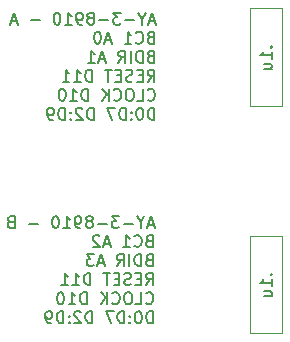
<source format=gbr>
%TF.GenerationSoftware,KiCad,Pcbnew,8.0.7*%
%TF.CreationDate,2025-09-11T19:41:31+01:00*%
%TF.ProjectId,ArduinoAY38910,41726475-696e-46f4-9159-33383931302e,rev?*%
%TF.SameCoordinates,Original*%
%TF.FileFunction,Legend,Bot*%
%TF.FilePolarity,Positive*%
%FSLAX46Y46*%
G04 Gerber Fmt 4.6, Leading zero omitted, Abs format (unit mm)*
G04 Created by KiCad (PCBNEW 8.0.7) date 2025-09-11 19:41:31*
%MOMM*%
%LPD*%
G01*
G04 APERTURE LIST*
%ADD10C,0.150000*%
%ADD11C,0.120000*%
G04 APERTURE END LIST*
D10*
X152760839Y-76934384D02*
X152284649Y-76934384D01*
X152856077Y-77220099D02*
X152522744Y-76220099D01*
X152522744Y-76220099D02*
X152189411Y-77220099D01*
X151665601Y-76743908D02*
X151665601Y-77220099D01*
X151998934Y-76220099D02*
X151665601Y-76743908D01*
X151665601Y-76743908D02*
X151332268Y-76220099D01*
X150998934Y-76839146D02*
X150237030Y-76839146D01*
X149856077Y-76220099D02*
X149237030Y-76220099D01*
X149237030Y-76220099D02*
X149570363Y-76601051D01*
X149570363Y-76601051D02*
X149427506Y-76601051D01*
X149427506Y-76601051D02*
X149332268Y-76648670D01*
X149332268Y-76648670D02*
X149284649Y-76696289D01*
X149284649Y-76696289D02*
X149237030Y-76791527D01*
X149237030Y-76791527D02*
X149237030Y-77029622D01*
X149237030Y-77029622D02*
X149284649Y-77124860D01*
X149284649Y-77124860D02*
X149332268Y-77172480D01*
X149332268Y-77172480D02*
X149427506Y-77220099D01*
X149427506Y-77220099D02*
X149713220Y-77220099D01*
X149713220Y-77220099D02*
X149808458Y-77172480D01*
X149808458Y-77172480D02*
X149856077Y-77124860D01*
X148808458Y-76839146D02*
X148046554Y-76839146D01*
X147427506Y-76648670D02*
X147522744Y-76601051D01*
X147522744Y-76601051D02*
X147570363Y-76553432D01*
X147570363Y-76553432D02*
X147617982Y-76458194D01*
X147617982Y-76458194D02*
X147617982Y-76410575D01*
X147617982Y-76410575D02*
X147570363Y-76315337D01*
X147570363Y-76315337D02*
X147522744Y-76267718D01*
X147522744Y-76267718D02*
X147427506Y-76220099D01*
X147427506Y-76220099D02*
X147237030Y-76220099D01*
X147237030Y-76220099D02*
X147141792Y-76267718D01*
X147141792Y-76267718D02*
X147094173Y-76315337D01*
X147094173Y-76315337D02*
X147046554Y-76410575D01*
X147046554Y-76410575D02*
X147046554Y-76458194D01*
X147046554Y-76458194D02*
X147094173Y-76553432D01*
X147094173Y-76553432D02*
X147141792Y-76601051D01*
X147141792Y-76601051D02*
X147237030Y-76648670D01*
X147237030Y-76648670D02*
X147427506Y-76648670D01*
X147427506Y-76648670D02*
X147522744Y-76696289D01*
X147522744Y-76696289D02*
X147570363Y-76743908D01*
X147570363Y-76743908D02*
X147617982Y-76839146D01*
X147617982Y-76839146D02*
X147617982Y-77029622D01*
X147617982Y-77029622D02*
X147570363Y-77124860D01*
X147570363Y-77124860D02*
X147522744Y-77172480D01*
X147522744Y-77172480D02*
X147427506Y-77220099D01*
X147427506Y-77220099D02*
X147237030Y-77220099D01*
X147237030Y-77220099D02*
X147141792Y-77172480D01*
X147141792Y-77172480D02*
X147094173Y-77124860D01*
X147094173Y-77124860D02*
X147046554Y-77029622D01*
X147046554Y-77029622D02*
X147046554Y-76839146D01*
X147046554Y-76839146D02*
X147094173Y-76743908D01*
X147094173Y-76743908D02*
X147141792Y-76696289D01*
X147141792Y-76696289D02*
X147237030Y-76648670D01*
X146570363Y-77220099D02*
X146379887Y-77220099D01*
X146379887Y-77220099D02*
X146284649Y-77172480D01*
X146284649Y-77172480D02*
X146237030Y-77124860D01*
X146237030Y-77124860D02*
X146141792Y-76982003D01*
X146141792Y-76982003D02*
X146094173Y-76791527D01*
X146094173Y-76791527D02*
X146094173Y-76410575D01*
X146094173Y-76410575D02*
X146141792Y-76315337D01*
X146141792Y-76315337D02*
X146189411Y-76267718D01*
X146189411Y-76267718D02*
X146284649Y-76220099D01*
X146284649Y-76220099D02*
X146475125Y-76220099D01*
X146475125Y-76220099D02*
X146570363Y-76267718D01*
X146570363Y-76267718D02*
X146617982Y-76315337D01*
X146617982Y-76315337D02*
X146665601Y-76410575D01*
X146665601Y-76410575D02*
X146665601Y-76648670D01*
X146665601Y-76648670D02*
X146617982Y-76743908D01*
X146617982Y-76743908D02*
X146570363Y-76791527D01*
X146570363Y-76791527D02*
X146475125Y-76839146D01*
X146475125Y-76839146D02*
X146284649Y-76839146D01*
X146284649Y-76839146D02*
X146189411Y-76791527D01*
X146189411Y-76791527D02*
X146141792Y-76743908D01*
X146141792Y-76743908D02*
X146094173Y-76648670D01*
X145141792Y-77220099D02*
X145713220Y-77220099D01*
X145427506Y-77220099D02*
X145427506Y-76220099D01*
X145427506Y-76220099D02*
X145522744Y-76362956D01*
X145522744Y-76362956D02*
X145617982Y-76458194D01*
X145617982Y-76458194D02*
X145713220Y-76505813D01*
X144522744Y-76220099D02*
X144427506Y-76220099D01*
X144427506Y-76220099D02*
X144332268Y-76267718D01*
X144332268Y-76267718D02*
X144284649Y-76315337D01*
X144284649Y-76315337D02*
X144237030Y-76410575D01*
X144237030Y-76410575D02*
X144189411Y-76601051D01*
X144189411Y-76601051D02*
X144189411Y-76839146D01*
X144189411Y-76839146D02*
X144237030Y-77029622D01*
X144237030Y-77029622D02*
X144284649Y-77124860D01*
X144284649Y-77124860D02*
X144332268Y-77172480D01*
X144332268Y-77172480D02*
X144427506Y-77220099D01*
X144427506Y-77220099D02*
X144522744Y-77220099D01*
X144522744Y-77220099D02*
X144617982Y-77172480D01*
X144617982Y-77172480D02*
X144665601Y-77124860D01*
X144665601Y-77124860D02*
X144713220Y-77029622D01*
X144713220Y-77029622D02*
X144760839Y-76839146D01*
X144760839Y-76839146D02*
X144760839Y-76601051D01*
X144760839Y-76601051D02*
X144713220Y-76410575D01*
X144713220Y-76410575D02*
X144665601Y-76315337D01*
X144665601Y-76315337D02*
X144617982Y-76267718D01*
X144617982Y-76267718D02*
X144522744Y-76220099D01*
X142998934Y-76839146D02*
X142237030Y-76839146D01*
X140665601Y-76696289D02*
X140522744Y-76743908D01*
X140522744Y-76743908D02*
X140475125Y-76791527D01*
X140475125Y-76791527D02*
X140427506Y-76886765D01*
X140427506Y-76886765D02*
X140427506Y-77029622D01*
X140427506Y-77029622D02*
X140475125Y-77124860D01*
X140475125Y-77124860D02*
X140522744Y-77172480D01*
X140522744Y-77172480D02*
X140617982Y-77220099D01*
X140617982Y-77220099D02*
X140998934Y-77220099D01*
X140998934Y-77220099D02*
X140998934Y-76220099D01*
X140998934Y-76220099D02*
X140665601Y-76220099D01*
X140665601Y-76220099D02*
X140570363Y-76267718D01*
X140570363Y-76267718D02*
X140522744Y-76315337D01*
X140522744Y-76315337D02*
X140475125Y-76410575D01*
X140475125Y-76410575D02*
X140475125Y-76505813D01*
X140475125Y-76505813D02*
X140522744Y-76601051D01*
X140522744Y-76601051D02*
X140570363Y-76648670D01*
X140570363Y-76648670D02*
X140665601Y-76696289D01*
X140665601Y-76696289D02*
X140998934Y-76696289D01*
X152379887Y-78306233D02*
X152237030Y-78353852D01*
X152237030Y-78353852D02*
X152189411Y-78401471D01*
X152189411Y-78401471D02*
X152141792Y-78496709D01*
X152141792Y-78496709D02*
X152141792Y-78639566D01*
X152141792Y-78639566D02*
X152189411Y-78734804D01*
X152189411Y-78734804D02*
X152237030Y-78782424D01*
X152237030Y-78782424D02*
X152332268Y-78830043D01*
X152332268Y-78830043D02*
X152713220Y-78830043D01*
X152713220Y-78830043D02*
X152713220Y-77830043D01*
X152713220Y-77830043D02*
X152379887Y-77830043D01*
X152379887Y-77830043D02*
X152284649Y-77877662D01*
X152284649Y-77877662D02*
X152237030Y-77925281D01*
X152237030Y-77925281D02*
X152189411Y-78020519D01*
X152189411Y-78020519D02*
X152189411Y-78115757D01*
X152189411Y-78115757D02*
X152237030Y-78210995D01*
X152237030Y-78210995D02*
X152284649Y-78258614D01*
X152284649Y-78258614D02*
X152379887Y-78306233D01*
X152379887Y-78306233D02*
X152713220Y-78306233D01*
X151141792Y-78734804D02*
X151189411Y-78782424D01*
X151189411Y-78782424D02*
X151332268Y-78830043D01*
X151332268Y-78830043D02*
X151427506Y-78830043D01*
X151427506Y-78830043D02*
X151570363Y-78782424D01*
X151570363Y-78782424D02*
X151665601Y-78687185D01*
X151665601Y-78687185D02*
X151713220Y-78591947D01*
X151713220Y-78591947D02*
X151760839Y-78401471D01*
X151760839Y-78401471D02*
X151760839Y-78258614D01*
X151760839Y-78258614D02*
X151713220Y-78068138D01*
X151713220Y-78068138D02*
X151665601Y-77972900D01*
X151665601Y-77972900D02*
X151570363Y-77877662D01*
X151570363Y-77877662D02*
X151427506Y-77830043D01*
X151427506Y-77830043D02*
X151332268Y-77830043D01*
X151332268Y-77830043D02*
X151189411Y-77877662D01*
X151189411Y-77877662D02*
X151141792Y-77925281D01*
X150189411Y-78830043D02*
X150760839Y-78830043D01*
X150475125Y-78830043D02*
X150475125Y-77830043D01*
X150475125Y-77830043D02*
X150570363Y-77972900D01*
X150570363Y-77972900D02*
X150665601Y-78068138D01*
X150665601Y-78068138D02*
X150760839Y-78115757D01*
X149046553Y-78544328D02*
X148570363Y-78544328D01*
X149141791Y-78830043D02*
X148808458Y-77830043D01*
X148808458Y-77830043D02*
X148475125Y-78830043D01*
X148189410Y-77925281D02*
X148141791Y-77877662D01*
X148141791Y-77877662D02*
X148046553Y-77830043D01*
X148046553Y-77830043D02*
X147808458Y-77830043D01*
X147808458Y-77830043D02*
X147713220Y-77877662D01*
X147713220Y-77877662D02*
X147665601Y-77925281D01*
X147665601Y-77925281D02*
X147617982Y-78020519D01*
X147617982Y-78020519D02*
X147617982Y-78115757D01*
X147617982Y-78115757D02*
X147665601Y-78258614D01*
X147665601Y-78258614D02*
X148237029Y-78830043D01*
X148237029Y-78830043D02*
X147617982Y-78830043D01*
X152379887Y-79916177D02*
X152237030Y-79963796D01*
X152237030Y-79963796D02*
X152189411Y-80011415D01*
X152189411Y-80011415D02*
X152141792Y-80106653D01*
X152141792Y-80106653D02*
X152141792Y-80249510D01*
X152141792Y-80249510D02*
X152189411Y-80344748D01*
X152189411Y-80344748D02*
X152237030Y-80392368D01*
X152237030Y-80392368D02*
X152332268Y-80439987D01*
X152332268Y-80439987D02*
X152713220Y-80439987D01*
X152713220Y-80439987D02*
X152713220Y-79439987D01*
X152713220Y-79439987D02*
X152379887Y-79439987D01*
X152379887Y-79439987D02*
X152284649Y-79487606D01*
X152284649Y-79487606D02*
X152237030Y-79535225D01*
X152237030Y-79535225D02*
X152189411Y-79630463D01*
X152189411Y-79630463D02*
X152189411Y-79725701D01*
X152189411Y-79725701D02*
X152237030Y-79820939D01*
X152237030Y-79820939D02*
X152284649Y-79868558D01*
X152284649Y-79868558D02*
X152379887Y-79916177D01*
X152379887Y-79916177D02*
X152713220Y-79916177D01*
X151713220Y-80439987D02*
X151713220Y-79439987D01*
X151713220Y-79439987D02*
X151475125Y-79439987D01*
X151475125Y-79439987D02*
X151332268Y-79487606D01*
X151332268Y-79487606D02*
X151237030Y-79582844D01*
X151237030Y-79582844D02*
X151189411Y-79678082D01*
X151189411Y-79678082D02*
X151141792Y-79868558D01*
X151141792Y-79868558D02*
X151141792Y-80011415D01*
X151141792Y-80011415D02*
X151189411Y-80201891D01*
X151189411Y-80201891D02*
X151237030Y-80297129D01*
X151237030Y-80297129D02*
X151332268Y-80392368D01*
X151332268Y-80392368D02*
X151475125Y-80439987D01*
X151475125Y-80439987D02*
X151713220Y-80439987D01*
X150713220Y-80439987D02*
X150713220Y-79439987D01*
X149665602Y-80439987D02*
X149998935Y-79963796D01*
X150237030Y-80439987D02*
X150237030Y-79439987D01*
X150237030Y-79439987D02*
X149856078Y-79439987D01*
X149856078Y-79439987D02*
X149760840Y-79487606D01*
X149760840Y-79487606D02*
X149713221Y-79535225D01*
X149713221Y-79535225D02*
X149665602Y-79630463D01*
X149665602Y-79630463D02*
X149665602Y-79773320D01*
X149665602Y-79773320D02*
X149713221Y-79868558D01*
X149713221Y-79868558D02*
X149760840Y-79916177D01*
X149760840Y-79916177D02*
X149856078Y-79963796D01*
X149856078Y-79963796D02*
X150237030Y-79963796D01*
X148522744Y-80154272D02*
X148046554Y-80154272D01*
X148617982Y-80439987D02*
X148284649Y-79439987D01*
X148284649Y-79439987D02*
X147951316Y-80439987D01*
X147713220Y-79439987D02*
X147094173Y-79439987D01*
X147094173Y-79439987D02*
X147427506Y-79820939D01*
X147427506Y-79820939D02*
X147284649Y-79820939D01*
X147284649Y-79820939D02*
X147189411Y-79868558D01*
X147189411Y-79868558D02*
X147141792Y-79916177D01*
X147141792Y-79916177D02*
X147094173Y-80011415D01*
X147094173Y-80011415D02*
X147094173Y-80249510D01*
X147094173Y-80249510D02*
X147141792Y-80344748D01*
X147141792Y-80344748D02*
X147189411Y-80392368D01*
X147189411Y-80392368D02*
X147284649Y-80439987D01*
X147284649Y-80439987D02*
X147570363Y-80439987D01*
X147570363Y-80439987D02*
X147665601Y-80392368D01*
X147665601Y-80392368D02*
X147713220Y-80344748D01*
X152141792Y-82049931D02*
X152475125Y-81573740D01*
X152713220Y-82049931D02*
X152713220Y-81049931D01*
X152713220Y-81049931D02*
X152332268Y-81049931D01*
X152332268Y-81049931D02*
X152237030Y-81097550D01*
X152237030Y-81097550D02*
X152189411Y-81145169D01*
X152189411Y-81145169D02*
X152141792Y-81240407D01*
X152141792Y-81240407D02*
X152141792Y-81383264D01*
X152141792Y-81383264D02*
X152189411Y-81478502D01*
X152189411Y-81478502D02*
X152237030Y-81526121D01*
X152237030Y-81526121D02*
X152332268Y-81573740D01*
X152332268Y-81573740D02*
X152713220Y-81573740D01*
X151713220Y-81526121D02*
X151379887Y-81526121D01*
X151237030Y-82049931D02*
X151713220Y-82049931D01*
X151713220Y-82049931D02*
X151713220Y-81049931D01*
X151713220Y-81049931D02*
X151237030Y-81049931D01*
X150856077Y-82002312D02*
X150713220Y-82049931D01*
X150713220Y-82049931D02*
X150475125Y-82049931D01*
X150475125Y-82049931D02*
X150379887Y-82002312D01*
X150379887Y-82002312D02*
X150332268Y-81954692D01*
X150332268Y-81954692D02*
X150284649Y-81859454D01*
X150284649Y-81859454D02*
X150284649Y-81764216D01*
X150284649Y-81764216D02*
X150332268Y-81668978D01*
X150332268Y-81668978D02*
X150379887Y-81621359D01*
X150379887Y-81621359D02*
X150475125Y-81573740D01*
X150475125Y-81573740D02*
X150665601Y-81526121D01*
X150665601Y-81526121D02*
X150760839Y-81478502D01*
X150760839Y-81478502D02*
X150808458Y-81430883D01*
X150808458Y-81430883D02*
X150856077Y-81335645D01*
X150856077Y-81335645D02*
X150856077Y-81240407D01*
X150856077Y-81240407D02*
X150808458Y-81145169D01*
X150808458Y-81145169D02*
X150760839Y-81097550D01*
X150760839Y-81097550D02*
X150665601Y-81049931D01*
X150665601Y-81049931D02*
X150427506Y-81049931D01*
X150427506Y-81049931D02*
X150284649Y-81097550D01*
X149856077Y-81526121D02*
X149522744Y-81526121D01*
X149379887Y-82049931D02*
X149856077Y-82049931D01*
X149856077Y-82049931D02*
X149856077Y-81049931D01*
X149856077Y-81049931D02*
X149379887Y-81049931D01*
X149094172Y-81049931D02*
X148522744Y-81049931D01*
X148808458Y-82049931D02*
X148808458Y-81049931D01*
X147427505Y-82049931D02*
X147427505Y-81049931D01*
X147427505Y-81049931D02*
X147189410Y-81049931D01*
X147189410Y-81049931D02*
X147046553Y-81097550D01*
X147046553Y-81097550D02*
X146951315Y-81192788D01*
X146951315Y-81192788D02*
X146903696Y-81288026D01*
X146903696Y-81288026D02*
X146856077Y-81478502D01*
X146856077Y-81478502D02*
X146856077Y-81621359D01*
X146856077Y-81621359D02*
X146903696Y-81811835D01*
X146903696Y-81811835D02*
X146951315Y-81907073D01*
X146951315Y-81907073D02*
X147046553Y-82002312D01*
X147046553Y-82002312D02*
X147189410Y-82049931D01*
X147189410Y-82049931D02*
X147427505Y-82049931D01*
X145903696Y-82049931D02*
X146475124Y-82049931D01*
X146189410Y-82049931D02*
X146189410Y-81049931D01*
X146189410Y-81049931D02*
X146284648Y-81192788D01*
X146284648Y-81192788D02*
X146379886Y-81288026D01*
X146379886Y-81288026D02*
X146475124Y-81335645D01*
X144951315Y-82049931D02*
X145522743Y-82049931D01*
X145237029Y-82049931D02*
X145237029Y-81049931D01*
X145237029Y-81049931D02*
X145332267Y-81192788D01*
X145332267Y-81192788D02*
X145427505Y-81288026D01*
X145427505Y-81288026D02*
X145522743Y-81335645D01*
X152141792Y-83564636D02*
X152189411Y-83612256D01*
X152189411Y-83612256D02*
X152332268Y-83659875D01*
X152332268Y-83659875D02*
X152427506Y-83659875D01*
X152427506Y-83659875D02*
X152570363Y-83612256D01*
X152570363Y-83612256D02*
X152665601Y-83517017D01*
X152665601Y-83517017D02*
X152713220Y-83421779D01*
X152713220Y-83421779D02*
X152760839Y-83231303D01*
X152760839Y-83231303D02*
X152760839Y-83088446D01*
X152760839Y-83088446D02*
X152713220Y-82897970D01*
X152713220Y-82897970D02*
X152665601Y-82802732D01*
X152665601Y-82802732D02*
X152570363Y-82707494D01*
X152570363Y-82707494D02*
X152427506Y-82659875D01*
X152427506Y-82659875D02*
X152332268Y-82659875D01*
X152332268Y-82659875D02*
X152189411Y-82707494D01*
X152189411Y-82707494D02*
X152141792Y-82755113D01*
X151237030Y-83659875D02*
X151713220Y-83659875D01*
X151713220Y-83659875D02*
X151713220Y-82659875D01*
X150713220Y-82659875D02*
X150522744Y-82659875D01*
X150522744Y-82659875D02*
X150427506Y-82707494D01*
X150427506Y-82707494D02*
X150332268Y-82802732D01*
X150332268Y-82802732D02*
X150284649Y-82993208D01*
X150284649Y-82993208D02*
X150284649Y-83326541D01*
X150284649Y-83326541D02*
X150332268Y-83517017D01*
X150332268Y-83517017D02*
X150427506Y-83612256D01*
X150427506Y-83612256D02*
X150522744Y-83659875D01*
X150522744Y-83659875D02*
X150713220Y-83659875D01*
X150713220Y-83659875D02*
X150808458Y-83612256D01*
X150808458Y-83612256D02*
X150903696Y-83517017D01*
X150903696Y-83517017D02*
X150951315Y-83326541D01*
X150951315Y-83326541D02*
X150951315Y-82993208D01*
X150951315Y-82993208D02*
X150903696Y-82802732D01*
X150903696Y-82802732D02*
X150808458Y-82707494D01*
X150808458Y-82707494D02*
X150713220Y-82659875D01*
X149284649Y-83564636D02*
X149332268Y-83612256D01*
X149332268Y-83612256D02*
X149475125Y-83659875D01*
X149475125Y-83659875D02*
X149570363Y-83659875D01*
X149570363Y-83659875D02*
X149713220Y-83612256D01*
X149713220Y-83612256D02*
X149808458Y-83517017D01*
X149808458Y-83517017D02*
X149856077Y-83421779D01*
X149856077Y-83421779D02*
X149903696Y-83231303D01*
X149903696Y-83231303D02*
X149903696Y-83088446D01*
X149903696Y-83088446D02*
X149856077Y-82897970D01*
X149856077Y-82897970D02*
X149808458Y-82802732D01*
X149808458Y-82802732D02*
X149713220Y-82707494D01*
X149713220Y-82707494D02*
X149570363Y-82659875D01*
X149570363Y-82659875D02*
X149475125Y-82659875D01*
X149475125Y-82659875D02*
X149332268Y-82707494D01*
X149332268Y-82707494D02*
X149284649Y-82755113D01*
X148856077Y-83659875D02*
X148856077Y-82659875D01*
X148284649Y-83659875D02*
X148713220Y-83088446D01*
X148284649Y-82659875D02*
X148856077Y-83231303D01*
X147094172Y-83659875D02*
X147094172Y-82659875D01*
X147094172Y-82659875D02*
X146856077Y-82659875D01*
X146856077Y-82659875D02*
X146713220Y-82707494D01*
X146713220Y-82707494D02*
X146617982Y-82802732D01*
X146617982Y-82802732D02*
X146570363Y-82897970D01*
X146570363Y-82897970D02*
X146522744Y-83088446D01*
X146522744Y-83088446D02*
X146522744Y-83231303D01*
X146522744Y-83231303D02*
X146570363Y-83421779D01*
X146570363Y-83421779D02*
X146617982Y-83517017D01*
X146617982Y-83517017D02*
X146713220Y-83612256D01*
X146713220Y-83612256D02*
X146856077Y-83659875D01*
X146856077Y-83659875D02*
X147094172Y-83659875D01*
X145570363Y-83659875D02*
X146141791Y-83659875D01*
X145856077Y-83659875D02*
X145856077Y-82659875D01*
X145856077Y-82659875D02*
X145951315Y-82802732D01*
X145951315Y-82802732D02*
X146046553Y-82897970D01*
X146046553Y-82897970D02*
X146141791Y-82945589D01*
X144951315Y-82659875D02*
X144856077Y-82659875D01*
X144856077Y-82659875D02*
X144760839Y-82707494D01*
X144760839Y-82707494D02*
X144713220Y-82755113D01*
X144713220Y-82755113D02*
X144665601Y-82850351D01*
X144665601Y-82850351D02*
X144617982Y-83040827D01*
X144617982Y-83040827D02*
X144617982Y-83278922D01*
X144617982Y-83278922D02*
X144665601Y-83469398D01*
X144665601Y-83469398D02*
X144713220Y-83564636D01*
X144713220Y-83564636D02*
X144760839Y-83612256D01*
X144760839Y-83612256D02*
X144856077Y-83659875D01*
X144856077Y-83659875D02*
X144951315Y-83659875D01*
X144951315Y-83659875D02*
X145046553Y-83612256D01*
X145046553Y-83612256D02*
X145094172Y-83564636D01*
X145094172Y-83564636D02*
X145141791Y-83469398D01*
X145141791Y-83469398D02*
X145189410Y-83278922D01*
X145189410Y-83278922D02*
X145189410Y-83040827D01*
X145189410Y-83040827D02*
X145141791Y-82850351D01*
X145141791Y-82850351D02*
X145094172Y-82755113D01*
X145094172Y-82755113D02*
X145046553Y-82707494D01*
X145046553Y-82707494D02*
X144951315Y-82659875D01*
X152713220Y-85269819D02*
X152713220Y-84269819D01*
X152713220Y-84269819D02*
X152475125Y-84269819D01*
X152475125Y-84269819D02*
X152332268Y-84317438D01*
X152332268Y-84317438D02*
X152237030Y-84412676D01*
X152237030Y-84412676D02*
X152189411Y-84507914D01*
X152189411Y-84507914D02*
X152141792Y-84698390D01*
X152141792Y-84698390D02*
X152141792Y-84841247D01*
X152141792Y-84841247D02*
X152189411Y-85031723D01*
X152189411Y-85031723D02*
X152237030Y-85126961D01*
X152237030Y-85126961D02*
X152332268Y-85222200D01*
X152332268Y-85222200D02*
X152475125Y-85269819D01*
X152475125Y-85269819D02*
X152713220Y-85269819D01*
X151522744Y-84269819D02*
X151427506Y-84269819D01*
X151427506Y-84269819D02*
X151332268Y-84317438D01*
X151332268Y-84317438D02*
X151284649Y-84365057D01*
X151284649Y-84365057D02*
X151237030Y-84460295D01*
X151237030Y-84460295D02*
X151189411Y-84650771D01*
X151189411Y-84650771D02*
X151189411Y-84888866D01*
X151189411Y-84888866D02*
X151237030Y-85079342D01*
X151237030Y-85079342D02*
X151284649Y-85174580D01*
X151284649Y-85174580D02*
X151332268Y-85222200D01*
X151332268Y-85222200D02*
X151427506Y-85269819D01*
X151427506Y-85269819D02*
X151522744Y-85269819D01*
X151522744Y-85269819D02*
X151617982Y-85222200D01*
X151617982Y-85222200D02*
X151665601Y-85174580D01*
X151665601Y-85174580D02*
X151713220Y-85079342D01*
X151713220Y-85079342D02*
X151760839Y-84888866D01*
X151760839Y-84888866D02*
X151760839Y-84650771D01*
X151760839Y-84650771D02*
X151713220Y-84460295D01*
X151713220Y-84460295D02*
X151665601Y-84365057D01*
X151665601Y-84365057D02*
X151617982Y-84317438D01*
X151617982Y-84317438D02*
X151522744Y-84269819D01*
X150760839Y-85174580D02*
X150713220Y-85222200D01*
X150713220Y-85222200D02*
X150760839Y-85269819D01*
X150760839Y-85269819D02*
X150808458Y-85222200D01*
X150808458Y-85222200D02*
X150760839Y-85174580D01*
X150760839Y-85174580D02*
X150760839Y-85269819D01*
X150760839Y-84650771D02*
X150713220Y-84698390D01*
X150713220Y-84698390D02*
X150760839Y-84746009D01*
X150760839Y-84746009D02*
X150808458Y-84698390D01*
X150808458Y-84698390D02*
X150760839Y-84650771D01*
X150760839Y-84650771D02*
X150760839Y-84746009D01*
X150284649Y-85269819D02*
X150284649Y-84269819D01*
X150284649Y-84269819D02*
X150046554Y-84269819D01*
X150046554Y-84269819D02*
X149903697Y-84317438D01*
X149903697Y-84317438D02*
X149808459Y-84412676D01*
X149808459Y-84412676D02*
X149760840Y-84507914D01*
X149760840Y-84507914D02*
X149713221Y-84698390D01*
X149713221Y-84698390D02*
X149713221Y-84841247D01*
X149713221Y-84841247D02*
X149760840Y-85031723D01*
X149760840Y-85031723D02*
X149808459Y-85126961D01*
X149808459Y-85126961D02*
X149903697Y-85222200D01*
X149903697Y-85222200D02*
X150046554Y-85269819D01*
X150046554Y-85269819D02*
X150284649Y-85269819D01*
X149379887Y-84269819D02*
X148713221Y-84269819D01*
X148713221Y-84269819D02*
X149141792Y-85269819D01*
X147570363Y-85269819D02*
X147570363Y-84269819D01*
X147570363Y-84269819D02*
X147332268Y-84269819D01*
X147332268Y-84269819D02*
X147189411Y-84317438D01*
X147189411Y-84317438D02*
X147094173Y-84412676D01*
X147094173Y-84412676D02*
X147046554Y-84507914D01*
X147046554Y-84507914D02*
X146998935Y-84698390D01*
X146998935Y-84698390D02*
X146998935Y-84841247D01*
X146998935Y-84841247D02*
X147046554Y-85031723D01*
X147046554Y-85031723D02*
X147094173Y-85126961D01*
X147094173Y-85126961D02*
X147189411Y-85222200D01*
X147189411Y-85222200D02*
X147332268Y-85269819D01*
X147332268Y-85269819D02*
X147570363Y-85269819D01*
X146617982Y-84365057D02*
X146570363Y-84317438D01*
X146570363Y-84317438D02*
X146475125Y-84269819D01*
X146475125Y-84269819D02*
X146237030Y-84269819D01*
X146237030Y-84269819D02*
X146141792Y-84317438D01*
X146141792Y-84317438D02*
X146094173Y-84365057D01*
X146094173Y-84365057D02*
X146046554Y-84460295D01*
X146046554Y-84460295D02*
X146046554Y-84555533D01*
X146046554Y-84555533D02*
X146094173Y-84698390D01*
X146094173Y-84698390D02*
X146665601Y-85269819D01*
X146665601Y-85269819D02*
X146046554Y-85269819D01*
X145617982Y-85174580D02*
X145570363Y-85222200D01*
X145570363Y-85222200D02*
X145617982Y-85269819D01*
X145617982Y-85269819D02*
X145665601Y-85222200D01*
X145665601Y-85222200D02*
X145617982Y-85174580D01*
X145617982Y-85174580D02*
X145617982Y-85269819D01*
X145617982Y-84650771D02*
X145570363Y-84698390D01*
X145570363Y-84698390D02*
X145617982Y-84746009D01*
X145617982Y-84746009D02*
X145665601Y-84698390D01*
X145665601Y-84698390D02*
X145617982Y-84650771D01*
X145617982Y-84650771D02*
X145617982Y-84746009D01*
X145141792Y-85269819D02*
X145141792Y-84269819D01*
X145141792Y-84269819D02*
X144903697Y-84269819D01*
X144903697Y-84269819D02*
X144760840Y-84317438D01*
X144760840Y-84317438D02*
X144665602Y-84412676D01*
X144665602Y-84412676D02*
X144617983Y-84507914D01*
X144617983Y-84507914D02*
X144570364Y-84698390D01*
X144570364Y-84698390D02*
X144570364Y-84841247D01*
X144570364Y-84841247D02*
X144617983Y-85031723D01*
X144617983Y-85031723D02*
X144665602Y-85126961D01*
X144665602Y-85126961D02*
X144760840Y-85222200D01*
X144760840Y-85222200D02*
X144903697Y-85269819D01*
X144903697Y-85269819D02*
X145141792Y-85269819D01*
X144094173Y-85269819D02*
X143903697Y-85269819D01*
X143903697Y-85269819D02*
X143808459Y-85222200D01*
X143808459Y-85222200D02*
X143760840Y-85174580D01*
X143760840Y-85174580D02*
X143665602Y-85031723D01*
X143665602Y-85031723D02*
X143617983Y-84841247D01*
X143617983Y-84841247D02*
X143617983Y-84460295D01*
X143617983Y-84460295D02*
X143665602Y-84365057D01*
X143665602Y-84365057D02*
X143713221Y-84317438D01*
X143713221Y-84317438D02*
X143808459Y-84269819D01*
X143808459Y-84269819D02*
X143998935Y-84269819D01*
X143998935Y-84269819D02*
X144094173Y-84317438D01*
X144094173Y-84317438D02*
X144141792Y-84365057D01*
X144141792Y-84365057D02*
X144189411Y-84460295D01*
X144189411Y-84460295D02*
X144189411Y-84698390D01*
X144189411Y-84698390D02*
X144141792Y-84793628D01*
X144141792Y-84793628D02*
X144094173Y-84841247D01*
X144094173Y-84841247D02*
X143998935Y-84888866D01*
X143998935Y-84888866D02*
X143808459Y-84888866D01*
X143808459Y-84888866D02*
X143713221Y-84841247D01*
X143713221Y-84841247D02*
X143665602Y-84793628D01*
X143665602Y-84793628D02*
X143617983Y-84698390D01*
X152885839Y-59709384D02*
X152409649Y-59709384D01*
X152981077Y-59995099D02*
X152647744Y-58995099D01*
X152647744Y-58995099D02*
X152314411Y-59995099D01*
X151790601Y-59518908D02*
X151790601Y-59995099D01*
X152123934Y-58995099D02*
X151790601Y-59518908D01*
X151790601Y-59518908D02*
X151457268Y-58995099D01*
X151123934Y-59614146D02*
X150362030Y-59614146D01*
X149981077Y-58995099D02*
X149362030Y-58995099D01*
X149362030Y-58995099D02*
X149695363Y-59376051D01*
X149695363Y-59376051D02*
X149552506Y-59376051D01*
X149552506Y-59376051D02*
X149457268Y-59423670D01*
X149457268Y-59423670D02*
X149409649Y-59471289D01*
X149409649Y-59471289D02*
X149362030Y-59566527D01*
X149362030Y-59566527D02*
X149362030Y-59804622D01*
X149362030Y-59804622D02*
X149409649Y-59899860D01*
X149409649Y-59899860D02*
X149457268Y-59947480D01*
X149457268Y-59947480D02*
X149552506Y-59995099D01*
X149552506Y-59995099D02*
X149838220Y-59995099D01*
X149838220Y-59995099D02*
X149933458Y-59947480D01*
X149933458Y-59947480D02*
X149981077Y-59899860D01*
X148933458Y-59614146D02*
X148171554Y-59614146D01*
X147552506Y-59423670D02*
X147647744Y-59376051D01*
X147647744Y-59376051D02*
X147695363Y-59328432D01*
X147695363Y-59328432D02*
X147742982Y-59233194D01*
X147742982Y-59233194D02*
X147742982Y-59185575D01*
X147742982Y-59185575D02*
X147695363Y-59090337D01*
X147695363Y-59090337D02*
X147647744Y-59042718D01*
X147647744Y-59042718D02*
X147552506Y-58995099D01*
X147552506Y-58995099D02*
X147362030Y-58995099D01*
X147362030Y-58995099D02*
X147266792Y-59042718D01*
X147266792Y-59042718D02*
X147219173Y-59090337D01*
X147219173Y-59090337D02*
X147171554Y-59185575D01*
X147171554Y-59185575D02*
X147171554Y-59233194D01*
X147171554Y-59233194D02*
X147219173Y-59328432D01*
X147219173Y-59328432D02*
X147266792Y-59376051D01*
X147266792Y-59376051D02*
X147362030Y-59423670D01*
X147362030Y-59423670D02*
X147552506Y-59423670D01*
X147552506Y-59423670D02*
X147647744Y-59471289D01*
X147647744Y-59471289D02*
X147695363Y-59518908D01*
X147695363Y-59518908D02*
X147742982Y-59614146D01*
X147742982Y-59614146D02*
X147742982Y-59804622D01*
X147742982Y-59804622D02*
X147695363Y-59899860D01*
X147695363Y-59899860D02*
X147647744Y-59947480D01*
X147647744Y-59947480D02*
X147552506Y-59995099D01*
X147552506Y-59995099D02*
X147362030Y-59995099D01*
X147362030Y-59995099D02*
X147266792Y-59947480D01*
X147266792Y-59947480D02*
X147219173Y-59899860D01*
X147219173Y-59899860D02*
X147171554Y-59804622D01*
X147171554Y-59804622D02*
X147171554Y-59614146D01*
X147171554Y-59614146D02*
X147219173Y-59518908D01*
X147219173Y-59518908D02*
X147266792Y-59471289D01*
X147266792Y-59471289D02*
X147362030Y-59423670D01*
X146695363Y-59995099D02*
X146504887Y-59995099D01*
X146504887Y-59995099D02*
X146409649Y-59947480D01*
X146409649Y-59947480D02*
X146362030Y-59899860D01*
X146362030Y-59899860D02*
X146266792Y-59757003D01*
X146266792Y-59757003D02*
X146219173Y-59566527D01*
X146219173Y-59566527D02*
X146219173Y-59185575D01*
X146219173Y-59185575D02*
X146266792Y-59090337D01*
X146266792Y-59090337D02*
X146314411Y-59042718D01*
X146314411Y-59042718D02*
X146409649Y-58995099D01*
X146409649Y-58995099D02*
X146600125Y-58995099D01*
X146600125Y-58995099D02*
X146695363Y-59042718D01*
X146695363Y-59042718D02*
X146742982Y-59090337D01*
X146742982Y-59090337D02*
X146790601Y-59185575D01*
X146790601Y-59185575D02*
X146790601Y-59423670D01*
X146790601Y-59423670D02*
X146742982Y-59518908D01*
X146742982Y-59518908D02*
X146695363Y-59566527D01*
X146695363Y-59566527D02*
X146600125Y-59614146D01*
X146600125Y-59614146D02*
X146409649Y-59614146D01*
X146409649Y-59614146D02*
X146314411Y-59566527D01*
X146314411Y-59566527D02*
X146266792Y-59518908D01*
X146266792Y-59518908D02*
X146219173Y-59423670D01*
X145266792Y-59995099D02*
X145838220Y-59995099D01*
X145552506Y-59995099D02*
X145552506Y-58995099D01*
X145552506Y-58995099D02*
X145647744Y-59137956D01*
X145647744Y-59137956D02*
X145742982Y-59233194D01*
X145742982Y-59233194D02*
X145838220Y-59280813D01*
X144647744Y-58995099D02*
X144552506Y-58995099D01*
X144552506Y-58995099D02*
X144457268Y-59042718D01*
X144457268Y-59042718D02*
X144409649Y-59090337D01*
X144409649Y-59090337D02*
X144362030Y-59185575D01*
X144362030Y-59185575D02*
X144314411Y-59376051D01*
X144314411Y-59376051D02*
X144314411Y-59614146D01*
X144314411Y-59614146D02*
X144362030Y-59804622D01*
X144362030Y-59804622D02*
X144409649Y-59899860D01*
X144409649Y-59899860D02*
X144457268Y-59947480D01*
X144457268Y-59947480D02*
X144552506Y-59995099D01*
X144552506Y-59995099D02*
X144647744Y-59995099D01*
X144647744Y-59995099D02*
X144742982Y-59947480D01*
X144742982Y-59947480D02*
X144790601Y-59899860D01*
X144790601Y-59899860D02*
X144838220Y-59804622D01*
X144838220Y-59804622D02*
X144885839Y-59614146D01*
X144885839Y-59614146D02*
X144885839Y-59376051D01*
X144885839Y-59376051D02*
X144838220Y-59185575D01*
X144838220Y-59185575D02*
X144790601Y-59090337D01*
X144790601Y-59090337D02*
X144742982Y-59042718D01*
X144742982Y-59042718D02*
X144647744Y-58995099D01*
X143123934Y-59614146D02*
X142362030Y-59614146D01*
X141171553Y-59709384D02*
X140695363Y-59709384D01*
X141266791Y-59995099D02*
X140933458Y-58995099D01*
X140933458Y-58995099D02*
X140600125Y-59995099D01*
X152504887Y-61081233D02*
X152362030Y-61128852D01*
X152362030Y-61128852D02*
X152314411Y-61176471D01*
X152314411Y-61176471D02*
X152266792Y-61271709D01*
X152266792Y-61271709D02*
X152266792Y-61414566D01*
X152266792Y-61414566D02*
X152314411Y-61509804D01*
X152314411Y-61509804D02*
X152362030Y-61557424D01*
X152362030Y-61557424D02*
X152457268Y-61605043D01*
X152457268Y-61605043D02*
X152838220Y-61605043D01*
X152838220Y-61605043D02*
X152838220Y-60605043D01*
X152838220Y-60605043D02*
X152504887Y-60605043D01*
X152504887Y-60605043D02*
X152409649Y-60652662D01*
X152409649Y-60652662D02*
X152362030Y-60700281D01*
X152362030Y-60700281D02*
X152314411Y-60795519D01*
X152314411Y-60795519D02*
X152314411Y-60890757D01*
X152314411Y-60890757D02*
X152362030Y-60985995D01*
X152362030Y-60985995D02*
X152409649Y-61033614D01*
X152409649Y-61033614D02*
X152504887Y-61081233D01*
X152504887Y-61081233D02*
X152838220Y-61081233D01*
X151266792Y-61509804D02*
X151314411Y-61557424D01*
X151314411Y-61557424D02*
X151457268Y-61605043D01*
X151457268Y-61605043D02*
X151552506Y-61605043D01*
X151552506Y-61605043D02*
X151695363Y-61557424D01*
X151695363Y-61557424D02*
X151790601Y-61462185D01*
X151790601Y-61462185D02*
X151838220Y-61366947D01*
X151838220Y-61366947D02*
X151885839Y-61176471D01*
X151885839Y-61176471D02*
X151885839Y-61033614D01*
X151885839Y-61033614D02*
X151838220Y-60843138D01*
X151838220Y-60843138D02*
X151790601Y-60747900D01*
X151790601Y-60747900D02*
X151695363Y-60652662D01*
X151695363Y-60652662D02*
X151552506Y-60605043D01*
X151552506Y-60605043D02*
X151457268Y-60605043D01*
X151457268Y-60605043D02*
X151314411Y-60652662D01*
X151314411Y-60652662D02*
X151266792Y-60700281D01*
X150314411Y-61605043D02*
X150885839Y-61605043D01*
X150600125Y-61605043D02*
X150600125Y-60605043D01*
X150600125Y-60605043D02*
X150695363Y-60747900D01*
X150695363Y-60747900D02*
X150790601Y-60843138D01*
X150790601Y-60843138D02*
X150885839Y-60890757D01*
X149171553Y-61319328D02*
X148695363Y-61319328D01*
X149266791Y-61605043D02*
X148933458Y-60605043D01*
X148933458Y-60605043D02*
X148600125Y-61605043D01*
X148076315Y-60605043D02*
X147981077Y-60605043D01*
X147981077Y-60605043D02*
X147885839Y-60652662D01*
X147885839Y-60652662D02*
X147838220Y-60700281D01*
X147838220Y-60700281D02*
X147790601Y-60795519D01*
X147790601Y-60795519D02*
X147742982Y-60985995D01*
X147742982Y-60985995D02*
X147742982Y-61224090D01*
X147742982Y-61224090D02*
X147790601Y-61414566D01*
X147790601Y-61414566D02*
X147838220Y-61509804D01*
X147838220Y-61509804D02*
X147885839Y-61557424D01*
X147885839Y-61557424D02*
X147981077Y-61605043D01*
X147981077Y-61605043D02*
X148076315Y-61605043D01*
X148076315Y-61605043D02*
X148171553Y-61557424D01*
X148171553Y-61557424D02*
X148219172Y-61509804D01*
X148219172Y-61509804D02*
X148266791Y-61414566D01*
X148266791Y-61414566D02*
X148314410Y-61224090D01*
X148314410Y-61224090D02*
X148314410Y-60985995D01*
X148314410Y-60985995D02*
X148266791Y-60795519D01*
X148266791Y-60795519D02*
X148219172Y-60700281D01*
X148219172Y-60700281D02*
X148171553Y-60652662D01*
X148171553Y-60652662D02*
X148076315Y-60605043D01*
X152504887Y-62691177D02*
X152362030Y-62738796D01*
X152362030Y-62738796D02*
X152314411Y-62786415D01*
X152314411Y-62786415D02*
X152266792Y-62881653D01*
X152266792Y-62881653D02*
X152266792Y-63024510D01*
X152266792Y-63024510D02*
X152314411Y-63119748D01*
X152314411Y-63119748D02*
X152362030Y-63167368D01*
X152362030Y-63167368D02*
X152457268Y-63214987D01*
X152457268Y-63214987D02*
X152838220Y-63214987D01*
X152838220Y-63214987D02*
X152838220Y-62214987D01*
X152838220Y-62214987D02*
X152504887Y-62214987D01*
X152504887Y-62214987D02*
X152409649Y-62262606D01*
X152409649Y-62262606D02*
X152362030Y-62310225D01*
X152362030Y-62310225D02*
X152314411Y-62405463D01*
X152314411Y-62405463D02*
X152314411Y-62500701D01*
X152314411Y-62500701D02*
X152362030Y-62595939D01*
X152362030Y-62595939D02*
X152409649Y-62643558D01*
X152409649Y-62643558D02*
X152504887Y-62691177D01*
X152504887Y-62691177D02*
X152838220Y-62691177D01*
X151838220Y-63214987D02*
X151838220Y-62214987D01*
X151838220Y-62214987D02*
X151600125Y-62214987D01*
X151600125Y-62214987D02*
X151457268Y-62262606D01*
X151457268Y-62262606D02*
X151362030Y-62357844D01*
X151362030Y-62357844D02*
X151314411Y-62453082D01*
X151314411Y-62453082D02*
X151266792Y-62643558D01*
X151266792Y-62643558D02*
X151266792Y-62786415D01*
X151266792Y-62786415D02*
X151314411Y-62976891D01*
X151314411Y-62976891D02*
X151362030Y-63072129D01*
X151362030Y-63072129D02*
X151457268Y-63167368D01*
X151457268Y-63167368D02*
X151600125Y-63214987D01*
X151600125Y-63214987D02*
X151838220Y-63214987D01*
X150838220Y-63214987D02*
X150838220Y-62214987D01*
X149790602Y-63214987D02*
X150123935Y-62738796D01*
X150362030Y-63214987D02*
X150362030Y-62214987D01*
X150362030Y-62214987D02*
X149981078Y-62214987D01*
X149981078Y-62214987D02*
X149885840Y-62262606D01*
X149885840Y-62262606D02*
X149838221Y-62310225D01*
X149838221Y-62310225D02*
X149790602Y-62405463D01*
X149790602Y-62405463D02*
X149790602Y-62548320D01*
X149790602Y-62548320D02*
X149838221Y-62643558D01*
X149838221Y-62643558D02*
X149885840Y-62691177D01*
X149885840Y-62691177D02*
X149981078Y-62738796D01*
X149981078Y-62738796D02*
X150362030Y-62738796D01*
X148647744Y-62929272D02*
X148171554Y-62929272D01*
X148742982Y-63214987D02*
X148409649Y-62214987D01*
X148409649Y-62214987D02*
X148076316Y-63214987D01*
X147219173Y-63214987D02*
X147790601Y-63214987D01*
X147504887Y-63214987D02*
X147504887Y-62214987D01*
X147504887Y-62214987D02*
X147600125Y-62357844D01*
X147600125Y-62357844D02*
X147695363Y-62453082D01*
X147695363Y-62453082D02*
X147790601Y-62500701D01*
X152266792Y-64824931D02*
X152600125Y-64348740D01*
X152838220Y-64824931D02*
X152838220Y-63824931D01*
X152838220Y-63824931D02*
X152457268Y-63824931D01*
X152457268Y-63824931D02*
X152362030Y-63872550D01*
X152362030Y-63872550D02*
X152314411Y-63920169D01*
X152314411Y-63920169D02*
X152266792Y-64015407D01*
X152266792Y-64015407D02*
X152266792Y-64158264D01*
X152266792Y-64158264D02*
X152314411Y-64253502D01*
X152314411Y-64253502D02*
X152362030Y-64301121D01*
X152362030Y-64301121D02*
X152457268Y-64348740D01*
X152457268Y-64348740D02*
X152838220Y-64348740D01*
X151838220Y-64301121D02*
X151504887Y-64301121D01*
X151362030Y-64824931D02*
X151838220Y-64824931D01*
X151838220Y-64824931D02*
X151838220Y-63824931D01*
X151838220Y-63824931D02*
X151362030Y-63824931D01*
X150981077Y-64777312D02*
X150838220Y-64824931D01*
X150838220Y-64824931D02*
X150600125Y-64824931D01*
X150600125Y-64824931D02*
X150504887Y-64777312D01*
X150504887Y-64777312D02*
X150457268Y-64729692D01*
X150457268Y-64729692D02*
X150409649Y-64634454D01*
X150409649Y-64634454D02*
X150409649Y-64539216D01*
X150409649Y-64539216D02*
X150457268Y-64443978D01*
X150457268Y-64443978D02*
X150504887Y-64396359D01*
X150504887Y-64396359D02*
X150600125Y-64348740D01*
X150600125Y-64348740D02*
X150790601Y-64301121D01*
X150790601Y-64301121D02*
X150885839Y-64253502D01*
X150885839Y-64253502D02*
X150933458Y-64205883D01*
X150933458Y-64205883D02*
X150981077Y-64110645D01*
X150981077Y-64110645D02*
X150981077Y-64015407D01*
X150981077Y-64015407D02*
X150933458Y-63920169D01*
X150933458Y-63920169D02*
X150885839Y-63872550D01*
X150885839Y-63872550D02*
X150790601Y-63824931D01*
X150790601Y-63824931D02*
X150552506Y-63824931D01*
X150552506Y-63824931D02*
X150409649Y-63872550D01*
X149981077Y-64301121D02*
X149647744Y-64301121D01*
X149504887Y-64824931D02*
X149981077Y-64824931D01*
X149981077Y-64824931D02*
X149981077Y-63824931D01*
X149981077Y-63824931D02*
X149504887Y-63824931D01*
X149219172Y-63824931D02*
X148647744Y-63824931D01*
X148933458Y-64824931D02*
X148933458Y-63824931D01*
X147552505Y-64824931D02*
X147552505Y-63824931D01*
X147552505Y-63824931D02*
X147314410Y-63824931D01*
X147314410Y-63824931D02*
X147171553Y-63872550D01*
X147171553Y-63872550D02*
X147076315Y-63967788D01*
X147076315Y-63967788D02*
X147028696Y-64063026D01*
X147028696Y-64063026D02*
X146981077Y-64253502D01*
X146981077Y-64253502D02*
X146981077Y-64396359D01*
X146981077Y-64396359D02*
X147028696Y-64586835D01*
X147028696Y-64586835D02*
X147076315Y-64682073D01*
X147076315Y-64682073D02*
X147171553Y-64777312D01*
X147171553Y-64777312D02*
X147314410Y-64824931D01*
X147314410Y-64824931D02*
X147552505Y-64824931D01*
X146028696Y-64824931D02*
X146600124Y-64824931D01*
X146314410Y-64824931D02*
X146314410Y-63824931D01*
X146314410Y-63824931D02*
X146409648Y-63967788D01*
X146409648Y-63967788D02*
X146504886Y-64063026D01*
X146504886Y-64063026D02*
X146600124Y-64110645D01*
X145076315Y-64824931D02*
X145647743Y-64824931D01*
X145362029Y-64824931D02*
X145362029Y-63824931D01*
X145362029Y-63824931D02*
X145457267Y-63967788D01*
X145457267Y-63967788D02*
X145552505Y-64063026D01*
X145552505Y-64063026D02*
X145647743Y-64110645D01*
X152266792Y-66339636D02*
X152314411Y-66387256D01*
X152314411Y-66387256D02*
X152457268Y-66434875D01*
X152457268Y-66434875D02*
X152552506Y-66434875D01*
X152552506Y-66434875D02*
X152695363Y-66387256D01*
X152695363Y-66387256D02*
X152790601Y-66292017D01*
X152790601Y-66292017D02*
X152838220Y-66196779D01*
X152838220Y-66196779D02*
X152885839Y-66006303D01*
X152885839Y-66006303D02*
X152885839Y-65863446D01*
X152885839Y-65863446D02*
X152838220Y-65672970D01*
X152838220Y-65672970D02*
X152790601Y-65577732D01*
X152790601Y-65577732D02*
X152695363Y-65482494D01*
X152695363Y-65482494D02*
X152552506Y-65434875D01*
X152552506Y-65434875D02*
X152457268Y-65434875D01*
X152457268Y-65434875D02*
X152314411Y-65482494D01*
X152314411Y-65482494D02*
X152266792Y-65530113D01*
X151362030Y-66434875D02*
X151838220Y-66434875D01*
X151838220Y-66434875D02*
X151838220Y-65434875D01*
X150838220Y-65434875D02*
X150647744Y-65434875D01*
X150647744Y-65434875D02*
X150552506Y-65482494D01*
X150552506Y-65482494D02*
X150457268Y-65577732D01*
X150457268Y-65577732D02*
X150409649Y-65768208D01*
X150409649Y-65768208D02*
X150409649Y-66101541D01*
X150409649Y-66101541D02*
X150457268Y-66292017D01*
X150457268Y-66292017D02*
X150552506Y-66387256D01*
X150552506Y-66387256D02*
X150647744Y-66434875D01*
X150647744Y-66434875D02*
X150838220Y-66434875D01*
X150838220Y-66434875D02*
X150933458Y-66387256D01*
X150933458Y-66387256D02*
X151028696Y-66292017D01*
X151028696Y-66292017D02*
X151076315Y-66101541D01*
X151076315Y-66101541D02*
X151076315Y-65768208D01*
X151076315Y-65768208D02*
X151028696Y-65577732D01*
X151028696Y-65577732D02*
X150933458Y-65482494D01*
X150933458Y-65482494D02*
X150838220Y-65434875D01*
X149409649Y-66339636D02*
X149457268Y-66387256D01*
X149457268Y-66387256D02*
X149600125Y-66434875D01*
X149600125Y-66434875D02*
X149695363Y-66434875D01*
X149695363Y-66434875D02*
X149838220Y-66387256D01*
X149838220Y-66387256D02*
X149933458Y-66292017D01*
X149933458Y-66292017D02*
X149981077Y-66196779D01*
X149981077Y-66196779D02*
X150028696Y-66006303D01*
X150028696Y-66006303D02*
X150028696Y-65863446D01*
X150028696Y-65863446D02*
X149981077Y-65672970D01*
X149981077Y-65672970D02*
X149933458Y-65577732D01*
X149933458Y-65577732D02*
X149838220Y-65482494D01*
X149838220Y-65482494D02*
X149695363Y-65434875D01*
X149695363Y-65434875D02*
X149600125Y-65434875D01*
X149600125Y-65434875D02*
X149457268Y-65482494D01*
X149457268Y-65482494D02*
X149409649Y-65530113D01*
X148981077Y-66434875D02*
X148981077Y-65434875D01*
X148409649Y-66434875D02*
X148838220Y-65863446D01*
X148409649Y-65434875D02*
X148981077Y-66006303D01*
X147219172Y-66434875D02*
X147219172Y-65434875D01*
X147219172Y-65434875D02*
X146981077Y-65434875D01*
X146981077Y-65434875D02*
X146838220Y-65482494D01*
X146838220Y-65482494D02*
X146742982Y-65577732D01*
X146742982Y-65577732D02*
X146695363Y-65672970D01*
X146695363Y-65672970D02*
X146647744Y-65863446D01*
X146647744Y-65863446D02*
X146647744Y-66006303D01*
X146647744Y-66006303D02*
X146695363Y-66196779D01*
X146695363Y-66196779D02*
X146742982Y-66292017D01*
X146742982Y-66292017D02*
X146838220Y-66387256D01*
X146838220Y-66387256D02*
X146981077Y-66434875D01*
X146981077Y-66434875D02*
X147219172Y-66434875D01*
X145695363Y-66434875D02*
X146266791Y-66434875D01*
X145981077Y-66434875D02*
X145981077Y-65434875D01*
X145981077Y-65434875D02*
X146076315Y-65577732D01*
X146076315Y-65577732D02*
X146171553Y-65672970D01*
X146171553Y-65672970D02*
X146266791Y-65720589D01*
X145076315Y-65434875D02*
X144981077Y-65434875D01*
X144981077Y-65434875D02*
X144885839Y-65482494D01*
X144885839Y-65482494D02*
X144838220Y-65530113D01*
X144838220Y-65530113D02*
X144790601Y-65625351D01*
X144790601Y-65625351D02*
X144742982Y-65815827D01*
X144742982Y-65815827D02*
X144742982Y-66053922D01*
X144742982Y-66053922D02*
X144790601Y-66244398D01*
X144790601Y-66244398D02*
X144838220Y-66339636D01*
X144838220Y-66339636D02*
X144885839Y-66387256D01*
X144885839Y-66387256D02*
X144981077Y-66434875D01*
X144981077Y-66434875D02*
X145076315Y-66434875D01*
X145076315Y-66434875D02*
X145171553Y-66387256D01*
X145171553Y-66387256D02*
X145219172Y-66339636D01*
X145219172Y-66339636D02*
X145266791Y-66244398D01*
X145266791Y-66244398D02*
X145314410Y-66053922D01*
X145314410Y-66053922D02*
X145314410Y-65815827D01*
X145314410Y-65815827D02*
X145266791Y-65625351D01*
X145266791Y-65625351D02*
X145219172Y-65530113D01*
X145219172Y-65530113D02*
X145171553Y-65482494D01*
X145171553Y-65482494D02*
X145076315Y-65434875D01*
X152838220Y-68044819D02*
X152838220Y-67044819D01*
X152838220Y-67044819D02*
X152600125Y-67044819D01*
X152600125Y-67044819D02*
X152457268Y-67092438D01*
X152457268Y-67092438D02*
X152362030Y-67187676D01*
X152362030Y-67187676D02*
X152314411Y-67282914D01*
X152314411Y-67282914D02*
X152266792Y-67473390D01*
X152266792Y-67473390D02*
X152266792Y-67616247D01*
X152266792Y-67616247D02*
X152314411Y-67806723D01*
X152314411Y-67806723D02*
X152362030Y-67901961D01*
X152362030Y-67901961D02*
X152457268Y-67997200D01*
X152457268Y-67997200D02*
X152600125Y-68044819D01*
X152600125Y-68044819D02*
X152838220Y-68044819D01*
X151647744Y-67044819D02*
X151552506Y-67044819D01*
X151552506Y-67044819D02*
X151457268Y-67092438D01*
X151457268Y-67092438D02*
X151409649Y-67140057D01*
X151409649Y-67140057D02*
X151362030Y-67235295D01*
X151362030Y-67235295D02*
X151314411Y-67425771D01*
X151314411Y-67425771D02*
X151314411Y-67663866D01*
X151314411Y-67663866D02*
X151362030Y-67854342D01*
X151362030Y-67854342D02*
X151409649Y-67949580D01*
X151409649Y-67949580D02*
X151457268Y-67997200D01*
X151457268Y-67997200D02*
X151552506Y-68044819D01*
X151552506Y-68044819D02*
X151647744Y-68044819D01*
X151647744Y-68044819D02*
X151742982Y-67997200D01*
X151742982Y-67997200D02*
X151790601Y-67949580D01*
X151790601Y-67949580D02*
X151838220Y-67854342D01*
X151838220Y-67854342D02*
X151885839Y-67663866D01*
X151885839Y-67663866D02*
X151885839Y-67425771D01*
X151885839Y-67425771D02*
X151838220Y-67235295D01*
X151838220Y-67235295D02*
X151790601Y-67140057D01*
X151790601Y-67140057D02*
X151742982Y-67092438D01*
X151742982Y-67092438D02*
X151647744Y-67044819D01*
X150885839Y-67949580D02*
X150838220Y-67997200D01*
X150838220Y-67997200D02*
X150885839Y-68044819D01*
X150885839Y-68044819D02*
X150933458Y-67997200D01*
X150933458Y-67997200D02*
X150885839Y-67949580D01*
X150885839Y-67949580D02*
X150885839Y-68044819D01*
X150885839Y-67425771D02*
X150838220Y-67473390D01*
X150838220Y-67473390D02*
X150885839Y-67521009D01*
X150885839Y-67521009D02*
X150933458Y-67473390D01*
X150933458Y-67473390D02*
X150885839Y-67425771D01*
X150885839Y-67425771D02*
X150885839Y-67521009D01*
X150409649Y-68044819D02*
X150409649Y-67044819D01*
X150409649Y-67044819D02*
X150171554Y-67044819D01*
X150171554Y-67044819D02*
X150028697Y-67092438D01*
X150028697Y-67092438D02*
X149933459Y-67187676D01*
X149933459Y-67187676D02*
X149885840Y-67282914D01*
X149885840Y-67282914D02*
X149838221Y-67473390D01*
X149838221Y-67473390D02*
X149838221Y-67616247D01*
X149838221Y-67616247D02*
X149885840Y-67806723D01*
X149885840Y-67806723D02*
X149933459Y-67901961D01*
X149933459Y-67901961D02*
X150028697Y-67997200D01*
X150028697Y-67997200D02*
X150171554Y-68044819D01*
X150171554Y-68044819D02*
X150409649Y-68044819D01*
X149504887Y-67044819D02*
X148838221Y-67044819D01*
X148838221Y-67044819D02*
X149266792Y-68044819D01*
X147695363Y-68044819D02*
X147695363Y-67044819D01*
X147695363Y-67044819D02*
X147457268Y-67044819D01*
X147457268Y-67044819D02*
X147314411Y-67092438D01*
X147314411Y-67092438D02*
X147219173Y-67187676D01*
X147219173Y-67187676D02*
X147171554Y-67282914D01*
X147171554Y-67282914D02*
X147123935Y-67473390D01*
X147123935Y-67473390D02*
X147123935Y-67616247D01*
X147123935Y-67616247D02*
X147171554Y-67806723D01*
X147171554Y-67806723D02*
X147219173Y-67901961D01*
X147219173Y-67901961D02*
X147314411Y-67997200D01*
X147314411Y-67997200D02*
X147457268Y-68044819D01*
X147457268Y-68044819D02*
X147695363Y-68044819D01*
X146742982Y-67140057D02*
X146695363Y-67092438D01*
X146695363Y-67092438D02*
X146600125Y-67044819D01*
X146600125Y-67044819D02*
X146362030Y-67044819D01*
X146362030Y-67044819D02*
X146266792Y-67092438D01*
X146266792Y-67092438D02*
X146219173Y-67140057D01*
X146219173Y-67140057D02*
X146171554Y-67235295D01*
X146171554Y-67235295D02*
X146171554Y-67330533D01*
X146171554Y-67330533D02*
X146219173Y-67473390D01*
X146219173Y-67473390D02*
X146790601Y-68044819D01*
X146790601Y-68044819D02*
X146171554Y-68044819D01*
X145742982Y-67949580D02*
X145695363Y-67997200D01*
X145695363Y-67997200D02*
X145742982Y-68044819D01*
X145742982Y-68044819D02*
X145790601Y-67997200D01*
X145790601Y-67997200D02*
X145742982Y-67949580D01*
X145742982Y-67949580D02*
X145742982Y-68044819D01*
X145742982Y-67425771D02*
X145695363Y-67473390D01*
X145695363Y-67473390D02*
X145742982Y-67521009D01*
X145742982Y-67521009D02*
X145790601Y-67473390D01*
X145790601Y-67473390D02*
X145742982Y-67425771D01*
X145742982Y-67425771D02*
X145742982Y-67521009D01*
X145266792Y-68044819D02*
X145266792Y-67044819D01*
X145266792Y-67044819D02*
X145028697Y-67044819D01*
X145028697Y-67044819D02*
X144885840Y-67092438D01*
X144885840Y-67092438D02*
X144790602Y-67187676D01*
X144790602Y-67187676D02*
X144742983Y-67282914D01*
X144742983Y-67282914D02*
X144695364Y-67473390D01*
X144695364Y-67473390D02*
X144695364Y-67616247D01*
X144695364Y-67616247D02*
X144742983Y-67806723D01*
X144742983Y-67806723D02*
X144790602Y-67901961D01*
X144790602Y-67901961D02*
X144885840Y-67997200D01*
X144885840Y-67997200D02*
X145028697Y-68044819D01*
X145028697Y-68044819D02*
X145266792Y-68044819D01*
X144219173Y-68044819D02*
X144028697Y-68044819D01*
X144028697Y-68044819D02*
X143933459Y-67997200D01*
X143933459Y-67997200D02*
X143885840Y-67949580D01*
X143885840Y-67949580D02*
X143790602Y-67806723D01*
X143790602Y-67806723D02*
X143742983Y-67616247D01*
X143742983Y-67616247D02*
X143742983Y-67235295D01*
X143742983Y-67235295D02*
X143790602Y-67140057D01*
X143790602Y-67140057D02*
X143838221Y-67092438D01*
X143838221Y-67092438D02*
X143933459Y-67044819D01*
X143933459Y-67044819D02*
X144123935Y-67044819D01*
X144123935Y-67044819D02*
X144219173Y-67092438D01*
X144219173Y-67092438D02*
X144266792Y-67140057D01*
X144266792Y-67140057D02*
X144314411Y-67235295D01*
X144314411Y-67235295D02*
X144314411Y-67473390D01*
X144314411Y-67473390D02*
X144266792Y-67568628D01*
X144266792Y-67568628D02*
X144219173Y-67616247D01*
X144219173Y-67616247D02*
X144123935Y-67663866D01*
X144123935Y-67663866D02*
X143933459Y-67663866D01*
X143933459Y-67663866D02*
X143838221Y-67616247D01*
X143838221Y-67616247D02*
X143790602Y-67568628D01*
X143790602Y-67568628D02*
X143742983Y-67473390D01*
X162684580Y-81146429D02*
X162732200Y-81194048D01*
X162732200Y-81194048D02*
X162779819Y-81146429D01*
X162779819Y-81146429D02*
X162732200Y-81098810D01*
X162732200Y-81098810D02*
X162684580Y-81146429D01*
X162684580Y-81146429D02*
X162779819Y-81146429D01*
X162779819Y-82146428D02*
X162779819Y-81575000D01*
X162779819Y-81860714D02*
X161779819Y-81860714D01*
X161779819Y-81860714D02*
X161922676Y-81765476D01*
X161922676Y-81765476D02*
X162017914Y-81670238D01*
X162017914Y-81670238D02*
X162065533Y-81575000D01*
X162113152Y-83003571D02*
X162779819Y-83003571D01*
X162113152Y-82575000D02*
X162636961Y-82575000D01*
X162636961Y-82575000D02*
X162732200Y-82622619D01*
X162732200Y-82622619D02*
X162779819Y-82717857D01*
X162779819Y-82717857D02*
X162779819Y-82860714D01*
X162779819Y-82860714D02*
X162732200Y-82955952D01*
X162732200Y-82955952D02*
X162684580Y-83003571D01*
X162684580Y-61896429D02*
X162732200Y-61944048D01*
X162732200Y-61944048D02*
X162779819Y-61896429D01*
X162779819Y-61896429D02*
X162732200Y-61848810D01*
X162732200Y-61848810D02*
X162684580Y-61896429D01*
X162684580Y-61896429D02*
X162779819Y-61896429D01*
X162779819Y-62896428D02*
X162779819Y-62325000D01*
X162779819Y-62610714D02*
X161779819Y-62610714D01*
X161779819Y-62610714D02*
X161922676Y-62515476D01*
X161922676Y-62515476D02*
X162017914Y-62420238D01*
X162017914Y-62420238D02*
X162065533Y-62325000D01*
X162113152Y-63753571D02*
X162779819Y-63753571D01*
X162113152Y-63325000D02*
X162636961Y-63325000D01*
X162636961Y-63325000D02*
X162732200Y-63372619D01*
X162732200Y-63372619D02*
X162779819Y-63467857D01*
X162779819Y-63467857D02*
X162779819Y-63610714D01*
X162779819Y-63610714D02*
X162732200Y-63705952D01*
X162732200Y-63705952D02*
X162684580Y-63753571D01*
D11*
%TO.C,C4*%
X160930000Y-77880000D02*
X160930000Y-86120000D01*
X160930000Y-86120000D02*
X163670000Y-86120000D01*
X163670000Y-77880000D02*
X163670000Y-86120000D01*
X160930000Y-77880000D02*
X163670000Y-77880000D01*
%TO.C,C3*%
X160930000Y-58630000D02*
X160930000Y-66870000D01*
X160930000Y-66870000D02*
X163670000Y-66870000D01*
X163670000Y-58630000D02*
X163670000Y-66870000D01*
X160930000Y-58630000D02*
X163670000Y-58630000D01*
%TD*%
M02*

</source>
